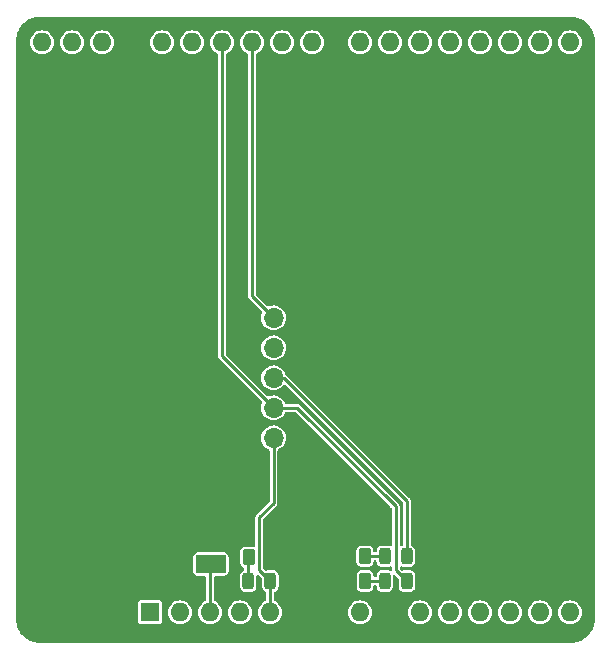
<source format=gbr>
%TF.GenerationSoftware,KiCad,Pcbnew,7.0.2-0*%
%TF.CreationDate,2023-05-15T10:36:04-07:00*%
%TF.ProjectId,RGProgrammer_V2,52475072-6f67-4726-916d-6d65725f5632,rev?*%
%TF.SameCoordinates,Original*%
%TF.FileFunction,Copper,L1,Top*%
%TF.FilePolarity,Positive*%
%FSLAX46Y46*%
G04 Gerber Fmt 4.6, Leading zero omitted, Abs format (unit mm)*
G04 Created by KiCad (PCBNEW 7.0.2-0) date 2023-05-15 10:36:04*
%MOMM*%
%LPD*%
G01*
G04 APERTURE LIST*
G04 Aperture macros list*
%AMRoundRect*
0 Rectangle with rounded corners*
0 $1 Rounding radius*
0 $2 $3 $4 $5 $6 $7 $8 $9 X,Y pos of 4 corners*
0 Add a 4 corners polygon primitive as box body*
4,1,4,$2,$3,$4,$5,$6,$7,$8,$9,$2,$3,0*
0 Add four circle primitives for the rounded corners*
1,1,$1+$1,$2,$3*
1,1,$1+$1,$4,$5*
1,1,$1+$1,$6,$7*
1,1,$1+$1,$8,$9*
0 Add four rect primitives between the rounded corners*
20,1,$1+$1,$2,$3,$4,$5,0*
20,1,$1+$1,$4,$5,$6,$7,0*
20,1,$1+$1,$6,$7,$8,$9,0*
20,1,$1+$1,$8,$9,$2,$3,0*%
G04 Aperture macros list end*
%TA.AperFunction,ComponentPad*%
%ADD10R,1.700000X1.700000*%
%TD*%
%TA.AperFunction,ComponentPad*%
%ADD11O,1.700000X1.700000*%
%TD*%
%TA.AperFunction,SMDPad,CuDef*%
%ADD12RoundRect,0.243750X-0.243750X-0.456250X0.243750X-0.456250X0.243750X0.456250X-0.243750X0.456250X0*%
%TD*%
%TA.AperFunction,SMDPad,CuDef*%
%ADD13RoundRect,0.250000X-0.262500X-0.450000X0.262500X-0.450000X0.262500X0.450000X-0.262500X0.450000X0*%
%TD*%
%TA.AperFunction,SMDPad,CuDef*%
%ADD14RoundRect,0.250000X1.050000X0.550000X-1.050000X0.550000X-1.050000X-0.550000X1.050000X-0.550000X0*%
%TD*%
%TA.AperFunction,ComponentPad*%
%ADD15R,1.600000X1.600000*%
%TD*%
%TA.AperFunction,ComponentPad*%
%ADD16O,1.600000X1.600000*%
%TD*%
%TA.AperFunction,SMDPad,CuDef*%
%ADD17RoundRect,0.250000X0.262500X0.450000X-0.262500X0.450000X-0.262500X-0.450000X0.262500X-0.450000X0*%
%TD*%
%TA.AperFunction,Conductor*%
%ADD18C,0.250000*%
%TD*%
G04 APERTURE END LIST*
D10*
%TO.P,J1,1,Pin_1*%
%TO.N,GND*%
X147800000Y-81950000D03*
D11*
%TO.P,J1,2,Pin_2*%
%TO.N,D10*%
X147800000Y-84490000D03*
%TO.P,J1,3,Pin_3*%
%TO.N,D13*%
X147800000Y-87030000D03*
%TO.P,J1,4,Pin_4*%
%TO.N,MISO*%
X147800000Y-89570000D03*
%TO.P,J1,5,Pin_5*%
%TO.N,MOSI*%
X147800000Y-92110000D03*
%TO.P,J1,6,Pin_6*%
%TO.N,+5V*%
X147800000Y-94650000D03*
%TD*%
D12*
%TO.P,D1,1,K*%
%TO.N,Net-(D1-K)*%
X145662500Y-106775000D03*
%TO.P,D1,2,A*%
%TO.N,+5V*%
X147537500Y-106775000D03*
%TD*%
D13*
%TO.P,R1,1*%
%TO.N,Net-(D1-K)*%
X145687500Y-104750000D03*
%TO.P,R1,2*%
%TO.N,GND*%
X147512500Y-104750000D03*
%TD*%
D14*
%TO.P,C1,1*%
%TO.N,Net-(A1-~{RESET})*%
X142490000Y-105340000D03*
%TO.P,C1,2*%
%TO.N,GND*%
X138890000Y-105340000D03*
%TD*%
D15*
%TO.P,A1,1,NC*%
%TO.N,unconnected-(A1-NC-Pad1)*%
X137340000Y-109415000D03*
D16*
%TO.P,A1,2,IOREF*%
%TO.N,unconnected-(A1-IOREF-Pad2)*%
X139880000Y-109415000D03*
%TO.P,A1,3,~{RESET}*%
%TO.N,Net-(A1-~{RESET})*%
X142420000Y-109415000D03*
%TO.P,A1,4,3V3*%
%TO.N,unconnected-(A1-3V3-Pad4)*%
X144960000Y-109415000D03*
%TO.P,A1,5,+5V*%
%TO.N,+5V*%
X147500000Y-109415000D03*
%TO.P,A1,6,GND*%
%TO.N,GND*%
X150040000Y-109415000D03*
%TO.P,A1,7,GND*%
X152580000Y-109415000D03*
%TO.P,A1,8,VIN*%
%TO.N,unconnected-(A1-VIN-Pad8)*%
X155120000Y-109415000D03*
%TO.P,A1,9,A0*%
%TO.N,unconnected-(A1-A0-Pad9)*%
X160200000Y-109415000D03*
%TO.P,A1,10,A1*%
%TO.N,unconnected-(A1-A1-Pad10)*%
X162740000Y-109415000D03*
%TO.P,A1,11,A2*%
%TO.N,unconnected-(A1-A2-Pad11)*%
X165280000Y-109415000D03*
%TO.P,A1,12,A3*%
%TO.N,unconnected-(A1-A3-Pad12)*%
X167820000Y-109415000D03*
%TO.P,A1,13,SDA/A4*%
%TO.N,unconnected-(A1-SDA{slash}A4-Pad13)*%
X170360000Y-109415000D03*
%TO.P,A1,14,SCL/A5*%
%TO.N,unconnected-(A1-SCL{slash}A5-Pad14)*%
X172900000Y-109415000D03*
%TO.P,A1,15,D0/RX*%
%TO.N,unconnected-(A1-D0{slash}RX-Pad15)*%
X172900000Y-61155000D03*
%TO.P,A1,16,D1/TX*%
%TO.N,unconnected-(A1-D1{slash}TX-Pad16)*%
X170360000Y-61155000D03*
%TO.P,A1,17,D2*%
%TO.N,unconnected-(A1-D2-Pad17)*%
X167820000Y-61155000D03*
%TO.P,A1,18,D3*%
%TO.N,unconnected-(A1-D3-Pad18)*%
X165280000Y-61155000D03*
%TO.P,A1,19,D4*%
%TO.N,unconnected-(A1-D4-Pad19)*%
X162740000Y-61155000D03*
%TO.P,A1,20,D5*%
%TO.N,unconnected-(A1-D5-Pad20)*%
X160200000Y-61155000D03*
%TO.P,A1,21,D6*%
%TO.N,unconnected-(A1-D6-Pad21)*%
X157660000Y-61155000D03*
%TO.P,A1,22,D7*%
%TO.N,unconnected-(A1-D7-Pad22)*%
X155120000Y-61155000D03*
%TO.P,A1,23,D8*%
%TO.N,unconnected-(A1-D8-Pad23)*%
X151060000Y-61155000D03*
%TO.P,A1,24,D9*%
%TO.N,unconnected-(A1-D9-Pad24)*%
X148520000Y-61155000D03*
%TO.P,A1,25,D10*%
%TO.N,D10*%
X145980000Y-61155000D03*
%TO.P,A1,26,D11*%
%TO.N,MOSI*%
X143440000Y-61155000D03*
%TO.P,A1,27,D12*%
%TO.N,MISO*%
X140900000Y-61155000D03*
%TO.P,A1,28,D13*%
%TO.N,D13*%
X138360000Y-61155000D03*
%TO.P,A1,29,GND*%
%TO.N,GND*%
X135820000Y-61155000D03*
%TO.P,A1,30,AREF*%
%TO.N,unconnected-(A1-AREF-Pad30)*%
X133280000Y-61155000D03*
%TO.P,A1,31,SDA/A4*%
%TO.N,unconnected-(A1-SDA{slash}A4-Pad31)*%
X130740000Y-61155000D03*
%TO.P,A1,32,SCL/A5*%
%TO.N,unconnected-(A1-SCL{slash}A5-Pad32)*%
X128200000Y-61155000D03*
%TD*%
D17*
%TO.P,R2,1*%
%TO.N,Net-(D2-K)*%
X155550000Y-106775000D03*
%TO.P,R2,2*%
%TO.N,GND*%
X153725000Y-106775000D03*
%TD*%
D12*
%TO.P,D2,1,K*%
%TO.N,Net-(D2-K)*%
X157225000Y-106775000D03*
%TO.P,D2,2,A*%
%TO.N,MOSI*%
X159100000Y-106775000D03*
%TD*%
D17*
%TO.P,R3,1*%
%TO.N,Net-(D3-K)*%
X155537500Y-104675000D03*
%TO.P,R3,2*%
%TO.N,GND*%
X153712500Y-104675000D03*
%TD*%
D12*
%TO.P,D3,1,K*%
%TO.N,Net-(D3-K)*%
X157212500Y-104675000D03*
%TO.P,D3,2,A*%
%TO.N,MISO*%
X159087500Y-104675000D03*
%TD*%
D18*
%TO.N,Net-(A1-~{RESET})*%
X142420000Y-109415000D02*
X142420000Y-105410000D01*
X142420000Y-105410000D02*
X142490000Y-105340000D01*
%TO.N,+5V*%
X146600000Y-101375000D02*
X146600000Y-105837500D01*
X147800000Y-94650000D02*
X147800000Y-100175000D01*
X147500000Y-109415000D02*
X147500000Y-106812500D01*
X147800000Y-100175000D02*
X146600000Y-101375000D01*
X146600000Y-105837500D02*
X147537500Y-106775000D01*
X147500000Y-106812500D02*
X147537500Y-106775000D01*
%TO.N,D10*%
X147800000Y-84490000D02*
X145980000Y-82670000D01*
X145980000Y-82670000D02*
X145980000Y-61155000D01*
%TO.N,MOSI*%
X158150000Y-105825000D02*
X159100000Y-106775000D01*
X158150000Y-100450000D02*
X158150000Y-105825000D01*
X147800000Y-92110000D02*
X149810000Y-92110000D01*
X149810000Y-92110000D02*
X158150000Y-100450000D01*
X143440000Y-61155000D02*
X143440000Y-87750000D01*
X143440000Y-87750000D02*
X147800000Y-92110000D01*
%TO.N,MISO*%
X159087500Y-104675000D02*
X159087500Y-99987500D01*
X159087500Y-99987500D02*
X148650000Y-89550000D01*
X148650000Y-89550000D02*
X147820000Y-89550000D01*
X147820000Y-89550000D02*
X147800000Y-89570000D01*
%TO.N,Net-(D1-K)*%
X145662500Y-104775000D02*
X145687500Y-104750000D01*
X145662500Y-106775000D02*
X145662500Y-104775000D01*
%TO.N,Net-(D2-K)*%
X155550000Y-106775000D02*
X157225000Y-106775000D01*
%TO.N,Net-(D3-K)*%
X155537500Y-104675000D02*
X157212500Y-104675000D01*
%TD*%
%TA.AperFunction,Conductor*%
%TO.N,GND*%
G36*
X173004042Y-59000764D02*
G01*
X173083743Y-59005988D01*
X173261590Y-59018709D01*
X173276904Y-59020772D01*
X173389441Y-59043157D01*
X173530277Y-59073794D01*
X173543690Y-59077518D01*
X173657725Y-59116228D01*
X173661074Y-59117420D01*
X173788808Y-59165062D01*
X173800300Y-59170024D01*
X173910687Y-59224461D01*
X173915187Y-59226798D01*
X174032478Y-59290844D01*
X174041942Y-59296574D01*
X174145269Y-59365615D01*
X174150688Y-59369450D01*
X174256727Y-59448830D01*
X174264145Y-59454844D01*
X174357976Y-59537131D01*
X174363898Y-59542678D01*
X174457320Y-59636100D01*
X174462867Y-59642022D01*
X174545150Y-59735848D01*
X174551173Y-59743278D01*
X174588691Y-59793396D01*
X174630548Y-59849310D01*
X174634383Y-59854729D01*
X174703424Y-59958056D01*
X174709154Y-59967520D01*
X174773183Y-60084779D01*
X174775564Y-60089363D01*
X174829969Y-60199687D01*
X174834938Y-60211196D01*
X174882556Y-60338863D01*
X174883793Y-60342338D01*
X174922470Y-60456276D01*
X174926217Y-60469777D01*
X174956847Y-60610580D01*
X174979230Y-60723107D01*
X174981290Y-60738414D01*
X174994017Y-60916350D01*
X174999235Y-60995956D01*
X174999500Y-61004051D01*
X174999500Y-109995947D01*
X174999234Y-110004058D01*
X174994017Y-110083648D01*
X174981291Y-110261574D01*
X174979225Y-110276916D01*
X174956851Y-110389402D01*
X174926212Y-110530244D01*
X174922473Y-110543714D01*
X174883793Y-110657660D01*
X174882556Y-110661135D01*
X174834938Y-110788802D01*
X174829969Y-110800311D01*
X174775564Y-110910635D01*
X174773183Y-110915219D01*
X174709154Y-111032478D01*
X174703424Y-111041942D01*
X174634383Y-111145269D01*
X174630548Y-111150688D01*
X174551181Y-111256711D01*
X174545142Y-111264160D01*
X174462867Y-111357976D01*
X174457320Y-111363898D01*
X174363898Y-111457320D01*
X174357976Y-111462867D01*
X174264160Y-111545142D01*
X174256711Y-111551181D01*
X174150688Y-111630548D01*
X174145269Y-111634383D01*
X174041942Y-111703424D01*
X174032478Y-111709154D01*
X173915219Y-111773183D01*
X173910635Y-111775564D01*
X173800311Y-111829969D01*
X173788802Y-111834938D01*
X173661135Y-111882556D01*
X173657660Y-111883793D01*
X173543722Y-111922470D01*
X173530221Y-111926217D01*
X173389419Y-111956847D01*
X173342048Y-111966270D01*
X173276896Y-111979229D01*
X173261584Y-111981290D01*
X173083649Y-111994017D01*
X173060221Y-111995552D01*
X173004030Y-111999235D01*
X172995948Y-111999500D01*
X128004053Y-111999500D01*
X127995943Y-111999234D01*
X127916352Y-111994017D01*
X127738424Y-111981291D01*
X127723082Y-111979225D01*
X127665195Y-111967710D01*
X127610600Y-111956851D01*
X127469746Y-111926210D01*
X127456284Y-111922473D01*
X127456275Y-111922470D01*
X127385362Y-111898398D01*
X127342338Y-111883793D01*
X127338863Y-111882556D01*
X127211196Y-111834938D01*
X127199687Y-111829969D01*
X127134947Y-111798043D01*
X127089348Y-111775556D01*
X127084779Y-111773183D01*
X126967520Y-111709154D01*
X126958056Y-111703424D01*
X126854729Y-111634383D01*
X126849310Y-111630548D01*
X126793396Y-111588691D01*
X126743278Y-111551173D01*
X126735848Y-111545150D01*
X126642022Y-111462867D01*
X126636100Y-111457320D01*
X126542678Y-111363898D01*
X126537131Y-111357976D01*
X126505450Y-111321851D01*
X126454844Y-111264145D01*
X126448830Y-111256727D01*
X126369450Y-111150688D01*
X126365615Y-111145269D01*
X126296574Y-111041942D01*
X126290844Y-111032478D01*
X126226798Y-110915187D01*
X126224461Y-110910687D01*
X126170024Y-110800300D01*
X126165060Y-110788802D01*
X126117420Y-110661074D01*
X126116228Y-110657725D01*
X126077522Y-110543703D01*
X126073786Y-110530240D01*
X126043157Y-110389441D01*
X126020767Y-110276879D01*
X126018709Y-110261593D01*
X126016789Y-110234748D01*
X136339500Y-110234748D01*
X136351132Y-110293230D01*
X136395447Y-110359552D01*
X136461769Y-110403867D01*
X136520251Y-110415500D01*
X136520252Y-110415500D01*
X138159749Y-110415500D01*
X138188989Y-110409683D01*
X138218231Y-110403867D01*
X138284552Y-110359552D01*
X138328867Y-110293231D01*
X138340500Y-110234748D01*
X138340500Y-109415000D01*
X138874659Y-109415000D01*
X138893976Y-109611133D01*
X138951185Y-109799726D01*
X138951186Y-109799727D01*
X139044090Y-109973538D01*
X139169117Y-110125883D01*
X139321462Y-110250910D01*
X139495273Y-110343814D01*
X139683868Y-110401024D01*
X139880000Y-110420341D01*
X140076132Y-110401024D01*
X140264727Y-110343814D01*
X140438538Y-110250910D01*
X140590883Y-110125883D01*
X140715910Y-109973538D01*
X140808814Y-109799727D01*
X140866024Y-109611132D01*
X140885341Y-109415000D01*
X140866024Y-109218868D01*
X140808814Y-109030273D01*
X140715910Y-108856462D01*
X140590883Y-108704117D01*
X140438538Y-108579090D01*
X140359361Y-108536769D01*
X140264726Y-108486185D01*
X140076133Y-108428976D01*
X139880000Y-108409659D01*
X139683866Y-108428976D01*
X139495273Y-108486185D01*
X139321463Y-108579089D01*
X139169117Y-108704117D01*
X139044089Y-108856463D01*
X138951185Y-109030273D01*
X138893976Y-109218866D01*
X138874659Y-109415000D01*
X138340500Y-109415000D01*
X138340500Y-108595252D01*
X138328867Y-108536769D01*
X138328867Y-108536768D01*
X138284552Y-108470447D01*
X138218230Y-108426132D01*
X138159749Y-108414500D01*
X138159748Y-108414500D01*
X136520252Y-108414500D01*
X136520251Y-108414500D01*
X136461769Y-108426132D01*
X136395447Y-108470447D01*
X136351132Y-108536769D01*
X136339500Y-108595251D01*
X136339500Y-110234748D01*
X126016789Y-110234748D01*
X126005988Y-110083743D01*
X126000765Y-110004041D01*
X126000500Y-109995936D01*
X126000500Y-105944266D01*
X140989500Y-105944266D01*
X140989769Y-105947139D01*
X140989770Y-105947151D01*
X140992353Y-105974696D01*
X141037207Y-106102884D01*
X141117849Y-106212150D01*
X141227115Y-106292792D01*
X141227118Y-106292793D01*
X141355301Y-106337646D01*
X141385734Y-106340500D01*
X141970500Y-106340500D01*
X142037539Y-106360185D01*
X142083294Y-106412989D01*
X142094500Y-106464500D01*
X142094500Y-108380205D01*
X142074815Y-108447244D01*
X142028954Y-108489563D01*
X141861461Y-108579090D01*
X141709117Y-108704117D01*
X141584089Y-108856463D01*
X141491185Y-109030273D01*
X141433976Y-109218866D01*
X141414659Y-109415000D01*
X141433976Y-109611133D01*
X141491185Y-109799726D01*
X141491186Y-109799727D01*
X141584090Y-109973538D01*
X141709117Y-110125883D01*
X141861462Y-110250910D01*
X142035273Y-110343814D01*
X142223868Y-110401024D01*
X142420000Y-110420341D01*
X142616132Y-110401024D01*
X142804727Y-110343814D01*
X142978538Y-110250910D01*
X143130883Y-110125883D01*
X143255910Y-109973538D01*
X143348814Y-109799727D01*
X143406024Y-109611132D01*
X143425341Y-109415000D01*
X143954659Y-109415000D01*
X143973976Y-109611133D01*
X144031185Y-109799726D01*
X144031186Y-109799727D01*
X144124090Y-109973538D01*
X144249117Y-110125883D01*
X144401462Y-110250910D01*
X144575273Y-110343814D01*
X144763868Y-110401024D01*
X144960000Y-110420341D01*
X145156132Y-110401024D01*
X145344727Y-110343814D01*
X145518538Y-110250910D01*
X145670883Y-110125883D01*
X145795910Y-109973538D01*
X145888814Y-109799727D01*
X145946024Y-109611132D01*
X145965341Y-109415000D01*
X145946024Y-109218868D01*
X145888814Y-109030273D01*
X145795910Y-108856462D01*
X145670883Y-108704117D01*
X145518538Y-108579090D01*
X145439361Y-108536769D01*
X145344726Y-108486185D01*
X145156133Y-108428976D01*
X145009152Y-108414500D01*
X144960000Y-108409659D01*
X144959999Y-108409659D01*
X144763866Y-108428976D01*
X144575273Y-108486185D01*
X144401463Y-108579089D01*
X144249117Y-108704117D01*
X144124089Y-108856463D01*
X144031185Y-109030273D01*
X143973976Y-109218866D01*
X143954659Y-109415000D01*
X143425341Y-109415000D01*
X143406024Y-109218868D01*
X143348814Y-109030273D01*
X143255910Y-108856462D01*
X143130883Y-108704117D01*
X142978538Y-108579090D01*
X142978536Y-108579089D01*
X142811046Y-108489563D01*
X142761202Y-108440600D01*
X142745500Y-108380205D01*
X142745500Y-107284764D01*
X144974500Y-107284764D01*
X144974769Y-107287635D01*
X144974770Y-107287651D01*
X144977313Y-107314769D01*
X144977313Y-107314771D01*
X144977314Y-107314774D01*
X145021545Y-107441179D01*
X145021546Y-107441180D01*
X145101069Y-107548930D01*
X145164085Y-107595438D01*
X145208821Y-107628455D01*
X145335226Y-107672686D01*
X145365236Y-107675500D01*
X145368130Y-107675500D01*
X145956870Y-107675500D01*
X145959764Y-107675500D01*
X145989774Y-107672686D01*
X146116179Y-107628455D01*
X146223930Y-107548930D01*
X146303455Y-107441179D01*
X146347686Y-107314774D01*
X146350500Y-107284764D01*
X146350500Y-106347687D01*
X146370185Y-106280649D01*
X146422989Y-106234894D01*
X146492147Y-106224950D01*
X146555703Y-106253975D01*
X146562181Y-106260007D01*
X146813181Y-106511007D01*
X146846666Y-106572330D01*
X146849500Y-106598687D01*
X146849500Y-107284764D01*
X146849769Y-107287635D01*
X146849770Y-107287651D01*
X146852313Y-107314769D01*
X146852313Y-107314771D01*
X146852314Y-107314774D01*
X146896545Y-107441179D01*
X146896546Y-107441180D01*
X146976069Y-107548930D01*
X147083819Y-107628454D01*
X147083820Y-107628454D01*
X147083821Y-107628455D01*
X147091451Y-107631124D01*
X147148228Y-107671843D01*
X147173977Y-107736795D01*
X147174500Y-107748167D01*
X147174500Y-108380205D01*
X147154815Y-108447244D01*
X147108954Y-108489563D01*
X146941461Y-108579090D01*
X146789117Y-108704117D01*
X146664089Y-108856463D01*
X146571185Y-109030273D01*
X146513976Y-109218866D01*
X146494659Y-109415000D01*
X146513976Y-109611133D01*
X146571185Y-109799726D01*
X146571186Y-109799727D01*
X146664090Y-109973538D01*
X146789117Y-110125883D01*
X146941462Y-110250910D01*
X147115273Y-110343814D01*
X147303868Y-110401024D01*
X147500000Y-110420341D01*
X147696132Y-110401024D01*
X147884727Y-110343814D01*
X148058538Y-110250910D01*
X148210883Y-110125883D01*
X148335910Y-109973538D01*
X148428814Y-109799727D01*
X148486024Y-109611132D01*
X148505341Y-109415000D01*
X154114659Y-109415000D01*
X154133976Y-109611133D01*
X154191185Y-109799726D01*
X154191186Y-109799727D01*
X154284090Y-109973538D01*
X154409117Y-110125883D01*
X154561462Y-110250910D01*
X154735273Y-110343814D01*
X154923868Y-110401024D01*
X155120000Y-110420341D01*
X155316132Y-110401024D01*
X155504727Y-110343814D01*
X155678538Y-110250910D01*
X155830883Y-110125883D01*
X155955910Y-109973538D01*
X156048814Y-109799727D01*
X156106024Y-109611132D01*
X156125341Y-109415000D01*
X159194659Y-109415000D01*
X159213976Y-109611133D01*
X159271185Y-109799726D01*
X159271186Y-109799727D01*
X159364090Y-109973538D01*
X159489117Y-110125883D01*
X159641462Y-110250910D01*
X159815273Y-110343814D01*
X160003868Y-110401024D01*
X160200000Y-110420341D01*
X160396132Y-110401024D01*
X160584727Y-110343814D01*
X160758538Y-110250910D01*
X160910883Y-110125883D01*
X161035910Y-109973538D01*
X161128814Y-109799727D01*
X161186024Y-109611132D01*
X161205341Y-109415000D01*
X161734659Y-109415000D01*
X161753976Y-109611133D01*
X161811185Y-109799726D01*
X161811186Y-109799727D01*
X161904090Y-109973538D01*
X162029117Y-110125883D01*
X162181462Y-110250910D01*
X162355273Y-110343814D01*
X162543868Y-110401024D01*
X162740000Y-110420341D01*
X162936132Y-110401024D01*
X163124727Y-110343814D01*
X163298538Y-110250910D01*
X163450883Y-110125883D01*
X163575910Y-109973538D01*
X163668814Y-109799727D01*
X163726024Y-109611132D01*
X163745341Y-109415000D01*
X164274659Y-109415000D01*
X164293976Y-109611133D01*
X164351185Y-109799726D01*
X164351186Y-109799727D01*
X164444090Y-109973538D01*
X164569117Y-110125883D01*
X164721462Y-110250910D01*
X164895273Y-110343814D01*
X165083868Y-110401024D01*
X165280000Y-110420341D01*
X165476132Y-110401024D01*
X165664727Y-110343814D01*
X165838538Y-110250910D01*
X165990883Y-110125883D01*
X166115910Y-109973538D01*
X166208814Y-109799727D01*
X166266024Y-109611132D01*
X166285341Y-109415000D01*
X166814659Y-109415000D01*
X166833976Y-109611133D01*
X166891185Y-109799726D01*
X166891186Y-109799727D01*
X166984090Y-109973538D01*
X167109117Y-110125883D01*
X167261462Y-110250910D01*
X167435273Y-110343814D01*
X167623868Y-110401024D01*
X167820000Y-110420341D01*
X168016132Y-110401024D01*
X168204727Y-110343814D01*
X168378538Y-110250910D01*
X168530883Y-110125883D01*
X168655910Y-109973538D01*
X168748814Y-109799727D01*
X168806024Y-109611132D01*
X168825341Y-109415000D01*
X169354659Y-109415000D01*
X169373976Y-109611133D01*
X169431185Y-109799726D01*
X169431186Y-109799727D01*
X169524090Y-109973538D01*
X169649117Y-110125883D01*
X169801462Y-110250910D01*
X169975273Y-110343814D01*
X170163868Y-110401024D01*
X170360000Y-110420341D01*
X170556132Y-110401024D01*
X170744727Y-110343814D01*
X170918538Y-110250910D01*
X171070883Y-110125883D01*
X171195910Y-109973538D01*
X171288814Y-109799727D01*
X171346024Y-109611132D01*
X171365341Y-109415000D01*
X171894659Y-109415000D01*
X171913976Y-109611133D01*
X171971185Y-109799726D01*
X171971186Y-109799727D01*
X172064090Y-109973538D01*
X172189117Y-110125883D01*
X172341462Y-110250910D01*
X172515273Y-110343814D01*
X172703868Y-110401024D01*
X172900000Y-110420341D01*
X173096132Y-110401024D01*
X173284727Y-110343814D01*
X173458538Y-110250910D01*
X173610883Y-110125883D01*
X173735910Y-109973538D01*
X173828814Y-109799727D01*
X173886024Y-109611132D01*
X173905341Y-109415000D01*
X173886024Y-109218868D01*
X173828814Y-109030273D01*
X173735910Y-108856462D01*
X173610883Y-108704117D01*
X173458538Y-108579090D01*
X173379361Y-108536769D01*
X173284726Y-108486185D01*
X173096133Y-108428976D01*
X172900000Y-108409659D01*
X172703866Y-108428976D01*
X172515273Y-108486185D01*
X172341463Y-108579089D01*
X172189117Y-108704117D01*
X172064089Y-108856463D01*
X171971185Y-109030273D01*
X171913976Y-109218866D01*
X171894659Y-109415000D01*
X171365341Y-109415000D01*
X171346024Y-109218868D01*
X171288814Y-109030273D01*
X171195910Y-108856462D01*
X171070883Y-108704117D01*
X170918538Y-108579090D01*
X170839361Y-108536769D01*
X170744726Y-108486185D01*
X170556133Y-108428976D01*
X170360000Y-108409659D01*
X170163866Y-108428976D01*
X169975273Y-108486185D01*
X169801463Y-108579089D01*
X169649117Y-108704117D01*
X169524089Y-108856463D01*
X169431185Y-109030273D01*
X169373976Y-109218866D01*
X169354659Y-109415000D01*
X168825341Y-109415000D01*
X168806024Y-109218868D01*
X168748814Y-109030273D01*
X168655910Y-108856462D01*
X168530883Y-108704117D01*
X168378538Y-108579090D01*
X168299361Y-108536769D01*
X168204726Y-108486185D01*
X168016133Y-108428976D01*
X167820000Y-108409659D01*
X167623866Y-108428976D01*
X167435273Y-108486185D01*
X167261463Y-108579089D01*
X167109117Y-108704117D01*
X166984089Y-108856463D01*
X166891185Y-109030273D01*
X166833976Y-109218866D01*
X166814659Y-109415000D01*
X166285341Y-109415000D01*
X166266024Y-109218868D01*
X166208814Y-109030273D01*
X166115910Y-108856462D01*
X165990883Y-108704117D01*
X165838538Y-108579090D01*
X165759361Y-108536769D01*
X165664726Y-108486185D01*
X165476133Y-108428976D01*
X165329152Y-108414500D01*
X165280000Y-108409659D01*
X165279999Y-108409659D01*
X165083866Y-108428976D01*
X164895273Y-108486185D01*
X164721463Y-108579089D01*
X164569117Y-108704117D01*
X164444089Y-108856463D01*
X164351185Y-109030273D01*
X164293976Y-109218866D01*
X164274659Y-109415000D01*
X163745341Y-109415000D01*
X163726024Y-109218868D01*
X163668814Y-109030273D01*
X163575910Y-108856462D01*
X163450883Y-108704117D01*
X163298538Y-108579090D01*
X163219361Y-108536769D01*
X163124726Y-108486185D01*
X162936133Y-108428976D01*
X162740000Y-108409659D01*
X162543866Y-108428976D01*
X162355273Y-108486185D01*
X162181463Y-108579089D01*
X162029117Y-108704117D01*
X161904089Y-108856463D01*
X161811185Y-109030273D01*
X161753976Y-109218866D01*
X161734659Y-109415000D01*
X161205341Y-109415000D01*
X161186024Y-109218868D01*
X161128814Y-109030273D01*
X161035910Y-108856462D01*
X160910883Y-108704117D01*
X160758538Y-108579090D01*
X160679361Y-108536769D01*
X160584726Y-108486185D01*
X160396133Y-108428976D01*
X160200000Y-108409659D01*
X160003866Y-108428976D01*
X159815273Y-108486185D01*
X159641463Y-108579089D01*
X159489117Y-108704117D01*
X159364089Y-108856463D01*
X159271185Y-109030273D01*
X159213976Y-109218866D01*
X159194659Y-109415000D01*
X156125341Y-109415000D01*
X156106024Y-109218868D01*
X156048814Y-109030273D01*
X155955910Y-108856462D01*
X155830883Y-108704117D01*
X155678538Y-108579090D01*
X155599361Y-108536769D01*
X155504726Y-108486185D01*
X155316133Y-108428976D01*
X155169152Y-108414500D01*
X155120000Y-108409659D01*
X155119999Y-108409659D01*
X154923866Y-108428976D01*
X154735273Y-108486185D01*
X154561463Y-108579089D01*
X154409117Y-108704117D01*
X154284089Y-108856463D01*
X154191185Y-109030273D01*
X154133976Y-109218866D01*
X154114659Y-109415000D01*
X148505341Y-109415000D01*
X148486024Y-109218868D01*
X148428814Y-109030273D01*
X148335910Y-108856462D01*
X148210883Y-108704117D01*
X148058538Y-108579090D01*
X148058536Y-108579089D01*
X147891046Y-108489563D01*
X147841202Y-108440600D01*
X147825500Y-108380205D01*
X147825500Y-107774410D01*
X147845185Y-107707371D01*
X147897989Y-107661616D01*
X147908516Y-107657379D01*
X147991179Y-107628455D01*
X148098930Y-107548930D01*
X148178455Y-107441179D01*
X148222686Y-107314774D01*
X148225500Y-107284764D01*
X148225500Y-106265236D01*
X148222686Y-106235226D01*
X148178455Y-106108821D01*
X148100244Y-106002850D01*
X148098930Y-106001069D01*
X147991180Y-105921546D01*
X147991179Y-105921545D01*
X147864774Y-105877314D01*
X147864771Y-105877313D01*
X147864769Y-105877313D01*
X147837651Y-105874770D01*
X147837635Y-105874769D01*
X147834764Y-105874500D01*
X147240236Y-105874500D01*
X147237365Y-105874769D01*
X147237348Y-105874770D01*
X147210227Y-105877313D01*
X147202212Y-105880118D01*
X147132433Y-105883676D01*
X147073582Y-105850755D01*
X146961819Y-105738992D01*
X146928334Y-105677669D01*
X146925500Y-105651311D01*
X146925500Y-101561188D01*
X146945185Y-101494149D01*
X146961819Y-101473507D01*
X147304368Y-101130958D01*
X148016296Y-100419029D01*
X148024249Y-100411741D01*
X148053194Y-100387455D01*
X148072082Y-100354738D01*
X148077881Y-100345635D01*
X148099554Y-100314684D01*
X148099554Y-100314682D01*
X148100173Y-100313799D01*
X148110398Y-100289112D01*
X148110585Y-100288049D01*
X148110588Y-100288045D01*
X148117150Y-100250822D01*
X148119479Y-100240316D01*
X148129263Y-100203807D01*
X148125972Y-100166187D01*
X148125500Y-100155380D01*
X148125500Y-95740995D01*
X148145185Y-95673956D01*
X148193684Y-95631930D01*
X148193182Y-95630990D01*
X148197327Y-95628774D01*
X148197989Y-95628201D01*
X148199390Y-95627671D01*
X148203951Y-95625232D01*
X148203954Y-95625232D01*
X148386450Y-95527685D01*
X148546410Y-95396410D01*
X148677685Y-95236450D01*
X148775232Y-95053954D01*
X148835300Y-94855934D01*
X148855583Y-94650000D01*
X148835300Y-94444066D01*
X148775232Y-94246046D01*
X148677685Y-94063550D01*
X148612047Y-93983569D01*
X148546410Y-93903589D01*
X148448952Y-93823609D01*
X148386450Y-93772315D01*
X148203954Y-93674768D01*
X148104944Y-93644734D01*
X148005932Y-93614699D01*
X147822497Y-93596632D01*
X147800000Y-93594417D01*
X147799999Y-93594417D01*
X147594067Y-93614699D01*
X147396043Y-93674769D01*
X147213551Y-93772314D01*
X147053589Y-93903589D01*
X146922314Y-94063551D01*
X146824769Y-94246043D01*
X146764699Y-94444067D01*
X146744417Y-94650000D01*
X146764699Y-94855932D01*
X146764700Y-94855934D01*
X146824768Y-95053954D01*
X146922315Y-95236450D01*
X146973608Y-95298952D01*
X147053589Y-95396410D01*
X147184864Y-95504143D01*
X147213550Y-95527685D01*
X147349647Y-95600431D01*
X147406818Y-95630990D01*
X147404969Y-95634447D01*
X147444901Y-95660593D01*
X147473384Y-95724394D01*
X147474500Y-95740995D01*
X147474500Y-99988811D01*
X147454815Y-100055850D01*
X147438181Y-100076492D01*
X146383714Y-101130958D01*
X146375741Y-101138264D01*
X146346806Y-101162544D01*
X146327914Y-101195264D01*
X146322106Y-101204380D01*
X146299831Y-101236193D01*
X146289597Y-101260899D01*
X146282852Y-101299148D01*
X146280512Y-101309704D01*
X146270735Y-101346191D01*
X146274028Y-101383817D01*
X146274500Y-101394626D01*
X146274500Y-103761502D01*
X146254815Y-103828541D01*
X146202011Y-103874296D01*
X146132853Y-103884240D01*
X146109546Y-103878544D01*
X146034696Y-103852353D01*
X146007151Y-103849770D01*
X146007139Y-103849769D01*
X146004266Y-103849500D01*
X145370734Y-103849500D01*
X145367861Y-103849769D01*
X145367848Y-103849770D01*
X145340303Y-103852353D01*
X145212115Y-103897207D01*
X145102849Y-103977849D01*
X145022207Y-104087115D01*
X144977353Y-104215303D01*
X144974770Y-104242848D01*
X144974769Y-104242861D01*
X144974500Y-104245734D01*
X144974500Y-105254266D01*
X144974769Y-105257139D01*
X144974770Y-105257151D01*
X144977353Y-105284696D01*
X145022207Y-105412884D01*
X145102847Y-105522148D01*
X145171270Y-105572646D01*
X145212118Y-105602793D01*
X145253953Y-105617431D01*
X145310730Y-105658152D01*
X145336478Y-105723104D01*
X145337000Y-105734473D01*
X145337000Y-105788710D01*
X145317315Y-105855749D01*
X145264511Y-105901504D01*
X145253956Y-105905751D01*
X145208821Y-105921544D01*
X145101069Y-106001069D01*
X145021546Y-106108819D01*
X145021545Y-106108821D01*
X144977431Y-106234894D01*
X144977313Y-106235230D01*
X144974770Y-106262348D01*
X144974769Y-106262365D01*
X144974500Y-106265236D01*
X144974500Y-107284764D01*
X142745500Y-107284764D01*
X142745500Y-106464500D01*
X142765185Y-106397461D01*
X142817989Y-106351706D01*
X142869500Y-106340500D01*
X143591373Y-106340500D01*
X143594266Y-106340500D01*
X143624699Y-106337646D01*
X143752882Y-106292793D01*
X143752882Y-106292792D01*
X143752884Y-106292792D01*
X143862150Y-106212150D01*
X143942792Y-106102884D01*
X143955973Y-106065215D01*
X143987646Y-105974699D01*
X143990500Y-105944266D01*
X143990500Y-104735734D01*
X143987646Y-104705301D01*
X143942793Y-104577118D01*
X143942792Y-104577115D01*
X143862150Y-104467849D01*
X143752884Y-104387207D01*
X143624696Y-104342353D01*
X143597151Y-104339770D01*
X143597139Y-104339769D01*
X143594266Y-104339500D01*
X141385734Y-104339500D01*
X141382861Y-104339769D01*
X141382848Y-104339770D01*
X141355303Y-104342353D01*
X141227115Y-104387207D01*
X141117849Y-104467849D01*
X141037207Y-104577115D01*
X140992353Y-104705303D01*
X140989770Y-104732848D01*
X140989769Y-104732861D01*
X140989500Y-104735734D01*
X140989500Y-105944266D01*
X126000500Y-105944266D01*
X126000500Y-61154999D01*
X127194659Y-61154999D01*
X127213976Y-61351133D01*
X127271185Y-61539726D01*
X127271186Y-61539727D01*
X127364090Y-61713538D01*
X127489117Y-61865883D01*
X127641462Y-61990910D01*
X127815273Y-62083814D01*
X128003868Y-62141024D01*
X128200000Y-62160341D01*
X128396132Y-62141024D01*
X128584727Y-62083814D01*
X128758538Y-61990910D01*
X128910883Y-61865883D01*
X129035910Y-61713538D01*
X129128814Y-61539727D01*
X129186024Y-61351132D01*
X129205341Y-61155000D01*
X129205341Y-61154999D01*
X129734659Y-61154999D01*
X129753976Y-61351133D01*
X129811185Y-61539726D01*
X129811186Y-61539727D01*
X129904090Y-61713538D01*
X130029117Y-61865883D01*
X130181462Y-61990910D01*
X130355273Y-62083814D01*
X130543868Y-62141024D01*
X130740000Y-62160341D01*
X130936132Y-62141024D01*
X131124727Y-62083814D01*
X131298538Y-61990910D01*
X131450883Y-61865883D01*
X131575910Y-61713538D01*
X131668814Y-61539727D01*
X131726024Y-61351132D01*
X131745341Y-61155000D01*
X131745341Y-61154999D01*
X132274659Y-61154999D01*
X132293976Y-61351133D01*
X132351185Y-61539726D01*
X132351186Y-61539727D01*
X132444090Y-61713538D01*
X132569117Y-61865883D01*
X132721462Y-61990910D01*
X132895273Y-62083814D01*
X133083868Y-62141024D01*
X133280000Y-62160341D01*
X133476132Y-62141024D01*
X133664727Y-62083814D01*
X133838538Y-61990910D01*
X133990883Y-61865883D01*
X134115910Y-61713538D01*
X134208814Y-61539727D01*
X134266024Y-61351132D01*
X134285341Y-61155000D01*
X134285341Y-61154999D01*
X137354659Y-61154999D01*
X137373976Y-61351133D01*
X137431185Y-61539726D01*
X137431186Y-61539727D01*
X137524090Y-61713538D01*
X137649117Y-61865883D01*
X137801462Y-61990910D01*
X137975273Y-62083814D01*
X138163868Y-62141024D01*
X138360000Y-62160341D01*
X138556132Y-62141024D01*
X138744727Y-62083814D01*
X138918538Y-61990910D01*
X139070883Y-61865883D01*
X139195910Y-61713538D01*
X139288814Y-61539727D01*
X139346024Y-61351132D01*
X139365341Y-61155000D01*
X139365341Y-61154999D01*
X139894659Y-61154999D01*
X139913976Y-61351133D01*
X139971185Y-61539726D01*
X139971186Y-61539727D01*
X140064090Y-61713538D01*
X140189117Y-61865883D01*
X140341462Y-61990910D01*
X140515273Y-62083814D01*
X140703868Y-62141024D01*
X140900000Y-62160341D01*
X141096132Y-62141024D01*
X141284727Y-62083814D01*
X141458538Y-61990910D01*
X141610883Y-61865883D01*
X141735910Y-61713538D01*
X141828814Y-61539727D01*
X141886024Y-61351132D01*
X141905341Y-61155000D01*
X141905341Y-61154999D01*
X142434659Y-61154999D01*
X142453976Y-61351133D01*
X142511185Y-61539726D01*
X142511186Y-61539727D01*
X142604090Y-61713538D01*
X142729117Y-61865883D01*
X142881462Y-61990910D01*
X143019623Y-62064759D01*
X143048953Y-62080436D01*
X143098797Y-62129398D01*
X143114500Y-62189794D01*
X143114500Y-87730372D01*
X143114028Y-87741180D01*
X143110735Y-87778807D01*
X143120512Y-87815296D01*
X143122853Y-87825852D01*
X143129599Y-87864107D01*
X143139829Y-87888803D01*
X143140446Y-87889684D01*
X143162112Y-87920627D01*
X143167915Y-87929736D01*
X143186806Y-87962455D01*
X143215742Y-87986735D01*
X143223718Y-87994044D01*
X146798386Y-91568712D01*
X146831871Y-91630035D01*
X146827293Y-91694049D01*
X146828313Y-91694359D01*
X146826949Y-91698854D01*
X146826887Y-91699727D01*
X146826269Y-91701095D01*
X146764699Y-91904067D01*
X146744417Y-92110000D01*
X146764699Y-92315932D01*
X146764700Y-92315934D01*
X146824768Y-92513954D01*
X146922315Y-92696450D01*
X146973608Y-92758952D01*
X147053589Y-92856410D01*
X147133569Y-92922047D01*
X147213550Y-92987685D01*
X147396046Y-93085232D01*
X147594066Y-93145300D01*
X147800000Y-93165583D01*
X148005934Y-93145300D01*
X148203954Y-93085232D01*
X148386450Y-92987685D01*
X148546410Y-92856410D01*
X148677685Y-92696450D01*
X148775232Y-92513954D01*
X148775231Y-92513954D01*
X148780990Y-92503182D01*
X148784443Y-92505027D01*
X148810635Y-92465064D01*
X148874448Y-92436609D01*
X148890996Y-92435500D01*
X149623812Y-92435500D01*
X149690851Y-92455185D01*
X149711493Y-92471819D01*
X157788181Y-100548506D01*
X157821666Y-100609829D01*
X157824500Y-100636187D01*
X157824500Y-103702182D01*
X157804815Y-103769221D01*
X157752011Y-103814976D01*
X157682853Y-103824920D01*
X157659546Y-103819224D01*
X157608905Y-103801504D01*
X157539774Y-103777314D01*
X157539772Y-103777313D01*
X157539770Y-103777313D01*
X157512651Y-103774770D01*
X157512635Y-103774769D01*
X157509764Y-103774500D01*
X156915236Y-103774500D01*
X156912365Y-103774769D01*
X156912348Y-103774770D01*
X156885230Y-103777313D01*
X156885227Y-103777313D01*
X156885226Y-103777314D01*
X156758821Y-103821545D01*
X156758820Y-103821545D01*
X156758819Y-103821546D01*
X156651069Y-103901069D01*
X156571546Y-104008819D01*
X156571545Y-104008821D01*
X156570392Y-104012118D01*
X156527313Y-104135230D01*
X156524770Y-104162348D01*
X156524769Y-104162365D01*
X156524500Y-104165236D01*
X156524500Y-104168130D01*
X156524500Y-104225500D01*
X156504815Y-104292539D01*
X156452011Y-104338294D01*
X156400500Y-104349500D01*
X156374500Y-104349500D01*
X156307461Y-104329815D01*
X156261706Y-104277011D01*
X156250500Y-104225500D01*
X156250500Y-104173626D01*
X156250500Y-104170734D01*
X156247646Y-104140301D01*
X156202793Y-104012118D01*
X156202792Y-104012115D01*
X156122150Y-103902849D01*
X156012884Y-103822207D01*
X155884696Y-103777353D01*
X155857151Y-103774770D01*
X155857139Y-103774769D01*
X155854266Y-103774500D01*
X155220734Y-103774500D01*
X155217861Y-103774769D01*
X155217848Y-103774770D01*
X155190303Y-103777353D01*
X155062115Y-103822207D01*
X154952849Y-103902849D01*
X154872207Y-104012115D01*
X154827353Y-104140303D01*
X154824770Y-104167848D01*
X154824769Y-104167861D01*
X154824500Y-104170734D01*
X154824500Y-105179266D01*
X154824769Y-105182139D01*
X154824770Y-105182151D01*
X154827353Y-105209696D01*
X154872207Y-105337884D01*
X154952849Y-105447150D01*
X155062115Y-105527792D01*
X155062118Y-105527793D01*
X155190301Y-105572646D01*
X155220734Y-105575500D01*
X155223627Y-105575500D01*
X155851373Y-105575500D01*
X155854266Y-105575500D01*
X155884699Y-105572646D01*
X156012882Y-105527793D01*
X156012882Y-105527792D01*
X156012884Y-105527792D01*
X156122150Y-105447150D01*
X156202792Y-105337884D01*
X156221402Y-105284699D01*
X156247646Y-105209699D01*
X156250500Y-105179266D01*
X156250500Y-105124499D01*
X156270185Y-105057461D01*
X156322989Y-105011706D01*
X156374500Y-105000500D01*
X156400500Y-105000500D01*
X156467539Y-105020185D01*
X156513294Y-105072989D01*
X156524500Y-105124499D01*
X156524500Y-105184764D01*
X156524769Y-105187635D01*
X156524770Y-105187651D01*
X156527313Y-105214769D01*
X156527313Y-105214771D01*
X156527314Y-105214774D01*
X156571545Y-105341179D01*
X156571546Y-105341180D01*
X156651069Y-105448930D01*
X156714085Y-105495438D01*
X156758821Y-105528455D01*
X156885226Y-105572686D01*
X156915236Y-105575500D01*
X156918130Y-105575500D01*
X157506870Y-105575500D01*
X157509764Y-105575500D01*
X157539774Y-105572686D01*
X157659546Y-105530775D01*
X157729324Y-105527214D01*
X157789951Y-105561942D01*
X157822179Y-105623936D01*
X157824500Y-105647817D01*
X157824500Y-105797808D01*
X157804815Y-105864847D01*
X157752011Y-105910602D01*
X157682853Y-105920546D01*
X157659546Y-105914850D01*
X157594324Y-105892028D01*
X157552274Y-105877314D01*
X157552273Y-105877313D01*
X157552271Y-105877313D01*
X157525151Y-105874770D01*
X157525135Y-105874769D01*
X157522264Y-105874500D01*
X156927736Y-105874500D01*
X156924865Y-105874769D01*
X156924848Y-105874770D01*
X156897730Y-105877313D01*
X156897727Y-105877313D01*
X156897726Y-105877314D01*
X156771321Y-105921545D01*
X156771320Y-105921545D01*
X156771319Y-105921546D01*
X156663569Y-106001069D01*
X156584046Y-106108819D01*
X156584045Y-106108821D01*
X156539931Y-106234894D01*
X156539813Y-106235230D01*
X156537270Y-106262348D01*
X156537269Y-106262365D01*
X156537000Y-106265236D01*
X156537000Y-106268130D01*
X156537000Y-106325500D01*
X156517315Y-106392539D01*
X156464511Y-106438294D01*
X156413000Y-106449500D01*
X156387000Y-106449500D01*
X156319961Y-106429815D01*
X156274206Y-106377011D01*
X156263000Y-106325500D01*
X156263000Y-106273626D01*
X156263000Y-106270734D01*
X156260146Y-106240301D01*
X156215293Y-106112118D01*
X156215292Y-106112115D01*
X156134650Y-106002849D01*
X156025384Y-105922207D01*
X155897196Y-105877353D01*
X155869651Y-105874770D01*
X155869639Y-105874769D01*
X155866766Y-105874500D01*
X155233234Y-105874500D01*
X155230361Y-105874769D01*
X155230348Y-105874770D01*
X155202803Y-105877353D01*
X155074615Y-105922207D01*
X154965349Y-106002849D01*
X154884707Y-106112115D01*
X154839853Y-106240303D01*
X154837270Y-106267848D01*
X154837269Y-106267861D01*
X154837000Y-106270734D01*
X154837000Y-107279266D01*
X154837269Y-107282139D01*
X154837270Y-107282151D01*
X154839853Y-107309696D01*
X154884707Y-107437884D01*
X154965349Y-107547150D01*
X155074615Y-107627792D01*
X155074618Y-107627793D01*
X155202801Y-107672646D01*
X155233234Y-107675500D01*
X155236127Y-107675500D01*
X155863873Y-107675500D01*
X155866766Y-107675500D01*
X155897199Y-107672646D01*
X156025382Y-107627793D01*
X156025382Y-107627792D01*
X156025384Y-107627792D01*
X156134650Y-107547150D01*
X156215292Y-107437884D01*
X156215293Y-107437882D01*
X156260146Y-107309699D01*
X156263000Y-107279266D01*
X156263000Y-107224499D01*
X156282685Y-107157461D01*
X156335489Y-107111706D01*
X156387000Y-107100500D01*
X156413000Y-107100500D01*
X156480039Y-107120185D01*
X156525794Y-107172989D01*
X156537000Y-107224500D01*
X156537000Y-107284764D01*
X156537269Y-107287635D01*
X156537270Y-107287651D01*
X156539813Y-107314769D01*
X156539813Y-107314771D01*
X156539814Y-107314774D01*
X156584045Y-107441179D01*
X156584046Y-107441180D01*
X156663569Y-107548930D01*
X156726585Y-107595438D01*
X156771321Y-107628455D01*
X156897726Y-107672686D01*
X156927736Y-107675500D01*
X156930630Y-107675500D01*
X157519370Y-107675500D01*
X157522264Y-107675500D01*
X157552274Y-107672686D01*
X157678679Y-107628455D01*
X157786430Y-107548930D01*
X157865955Y-107441179D01*
X157910186Y-107314774D01*
X157913000Y-107284764D01*
X157913000Y-106347687D01*
X157932685Y-106280648D01*
X157985489Y-106234893D01*
X158054647Y-106224949D01*
X158118203Y-106253974D01*
X158124672Y-106259997D01*
X158190175Y-106325500D01*
X158375681Y-106511006D01*
X158409166Y-106572329D01*
X158412000Y-106598686D01*
X158412000Y-107284764D01*
X158412269Y-107287635D01*
X158412270Y-107287651D01*
X158414813Y-107314769D01*
X158414813Y-107314771D01*
X158414814Y-107314774D01*
X158459045Y-107441179D01*
X158459046Y-107441180D01*
X158538569Y-107548930D01*
X158601585Y-107595438D01*
X158646321Y-107628455D01*
X158772726Y-107672686D01*
X158802736Y-107675500D01*
X158805630Y-107675500D01*
X159394370Y-107675500D01*
X159397264Y-107675500D01*
X159427274Y-107672686D01*
X159553679Y-107628455D01*
X159661430Y-107548930D01*
X159740955Y-107441179D01*
X159785186Y-107314774D01*
X159788000Y-107284764D01*
X159788000Y-106265236D01*
X159785186Y-106235226D01*
X159740955Y-106108821D01*
X159662744Y-106002850D01*
X159661430Y-106001069D01*
X159553680Y-105921546D01*
X159553679Y-105921545D01*
X159427274Y-105877314D01*
X159427271Y-105877313D01*
X159427269Y-105877313D01*
X159400151Y-105874770D01*
X159400135Y-105874769D01*
X159397264Y-105874500D01*
X158802736Y-105874500D01*
X158799865Y-105874769D01*
X158799848Y-105874770D01*
X158772727Y-105877313D01*
X158764712Y-105880118D01*
X158694933Y-105883676D01*
X158636082Y-105850755D01*
X158525672Y-105740345D01*
X158492187Y-105679022D01*
X158497171Y-105609330D01*
X158539043Y-105553397D01*
X158604507Y-105528980D01*
X158654304Y-105535622D01*
X158760226Y-105572686D01*
X158790236Y-105575500D01*
X158793130Y-105575500D01*
X159381870Y-105575500D01*
X159384764Y-105575500D01*
X159414774Y-105572686D01*
X159541179Y-105528455D01*
X159648930Y-105448930D01*
X159728455Y-105341179D01*
X159772686Y-105214774D01*
X159775500Y-105184764D01*
X159775500Y-104165236D01*
X159772686Y-104135226D01*
X159728455Y-104008821D01*
X159650244Y-103902850D01*
X159648930Y-103901069D01*
X159541178Y-103821544D01*
X159496044Y-103805751D01*
X159439268Y-103765028D01*
X159413522Y-103700075D01*
X159413000Y-103688710D01*
X159413000Y-100007126D01*
X159413472Y-99996318D01*
X159416764Y-99958692D01*
X159406987Y-99922206D01*
X159404645Y-99911643D01*
X159397900Y-99873391D01*
X159387671Y-99848698D01*
X159387054Y-99847817D01*
X159387054Y-99847816D01*
X159365392Y-99816879D01*
X159359580Y-99807756D01*
X159340694Y-99775044D01*
X159311755Y-99750762D01*
X159303780Y-99743454D01*
X148894043Y-89333717D01*
X148886734Y-89325741D01*
X148862454Y-89296805D01*
X148847233Y-89288017D01*
X148799018Y-89237449D01*
X148790576Y-89216631D01*
X148775232Y-89166046D01*
X148677685Y-88983550D01*
X148612047Y-88903570D01*
X148546410Y-88823589D01*
X148448952Y-88743609D01*
X148386450Y-88692315D01*
X148203954Y-88594768D01*
X148104944Y-88564733D01*
X148005932Y-88534699D01*
X147822497Y-88516632D01*
X147800000Y-88514417D01*
X147799999Y-88514417D01*
X147594067Y-88534699D01*
X147396043Y-88594769D01*
X147213551Y-88692314D01*
X147053589Y-88823589D01*
X146922314Y-88983551D01*
X146824769Y-89166043D01*
X146764699Y-89364067D01*
X146744417Y-89570000D01*
X146764699Y-89775932D01*
X146764700Y-89775934D01*
X146824768Y-89973954D01*
X146922315Y-90156450D01*
X146973608Y-90218952D01*
X147053589Y-90316410D01*
X147133569Y-90382047D01*
X147213550Y-90447685D01*
X147396046Y-90545232D01*
X147594066Y-90605300D01*
X147800000Y-90625583D01*
X148005934Y-90605300D01*
X148203954Y-90545232D01*
X148386450Y-90447685D01*
X148546410Y-90316410D01*
X148644279Y-90197154D01*
X148702023Y-90157821D01*
X148771868Y-90155950D01*
X148827813Y-90188139D01*
X158725681Y-100086007D01*
X158759166Y-100147330D01*
X158762000Y-100173688D01*
X158762000Y-103688710D01*
X158742315Y-103755749D01*
X158689511Y-103801504D01*
X158678955Y-103805751D01*
X158640455Y-103819223D01*
X158570677Y-103822786D01*
X158510049Y-103788057D01*
X158477821Y-103726064D01*
X158475500Y-103702182D01*
X158475500Y-100469618D01*
X158475972Y-100458810D01*
X158479263Y-100421191D01*
X158469486Y-100384704D01*
X158467144Y-100374140D01*
X158460400Y-100335891D01*
X158450171Y-100311198D01*
X158449554Y-100310317D01*
X158449554Y-100310316D01*
X158427892Y-100279379D01*
X158422080Y-100270256D01*
X158403194Y-100237544D01*
X158374255Y-100213262D01*
X158366280Y-100205954D01*
X150054043Y-91893717D01*
X150046734Y-91885741D01*
X150022454Y-91856805D01*
X149989736Y-91837915D01*
X149980627Y-91832112D01*
X149949684Y-91810446D01*
X149948803Y-91809829D01*
X149924107Y-91799599D01*
X149885852Y-91792853D01*
X149875296Y-91790512D01*
X149838807Y-91780735D01*
X149801180Y-91784028D01*
X149790372Y-91784500D01*
X148890996Y-91784500D01*
X148823957Y-91764815D01*
X148781931Y-91716314D01*
X148780990Y-91716818D01*
X148778772Y-91712669D01*
X148778202Y-91712011D01*
X148777673Y-91710613D01*
X148775232Y-91706046D01*
X148677685Y-91523550D01*
X148654143Y-91494863D01*
X148546410Y-91363589D01*
X148448952Y-91283608D01*
X148386450Y-91232315D01*
X148203954Y-91134768D01*
X148104944Y-91104733D01*
X148005932Y-91074699D01*
X147822497Y-91056632D01*
X147800000Y-91054417D01*
X147799999Y-91054417D01*
X147594067Y-91074699D01*
X147384359Y-91138313D01*
X147383222Y-91134567D01*
X147336418Y-91144303D01*
X147271179Y-91119289D01*
X147258712Y-91108386D01*
X143801819Y-87651492D01*
X143768334Y-87590169D01*
X143765500Y-87563811D01*
X143765500Y-87029999D01*
X146744417Y-87029999D01*
X146764699Y-87235932D01*
X146764700Y-87235934D01*
X146824768Y-87433954D01*
X146922315Y-87616450D01*
X146951073Y-87651492D01*
X147053589Y-87776410D01*
X147133569Y-87842047D01*
X147213550Y-87907685D01*
X147396046Y-88005232D01*
X147594066Y-88065300D01*
X147800000Y-88085583D01*
X148005934Y-88065300D01*
X148203954Y-88005232D01*
X148386450Y-87907685D01*
X148546410Y-87776410D01*
X148677685Y-87616450D01*
X148775232Y-87433954D01*
X148835300Y-87235934D01*
X148855583Y-87030000D01*
X148835300Y-86824066D01*
X148775232Y-86626046D01*
X148677685Y-86443550D01*
X148612047Y-86363569D01*
X148546410Y-86283589D01*
X148448952Y-86203608D01*
X148386450Y-86152315D01*
X148203954Y-86054768D01*
X148104944Y-86024733D01*
X148005932Y-85994699D01*
X147822497Y-85976632D01*
X147800000Y-85974417D01*
X147799999Y-85974417D01*
X147594067Y-85994699D01*
X147396043Y-86054769D01*
X147213551Y-86152314D01*
X147053589Y-86283589D01*
X146922314Y-86443551D01*
X146824769Y-86626043D01*
X146764699Y-86824067D01*
X146744417Y-87029999D01*
X143765500Y-87029999D01*
X143765500Y-62189794D01*
X143785185Y-62122755D01*
X143831047Y-62080436D01*
X143847118Y-62071845D01*
X143998538Y-61990910D01*
X144150883Y-61865883D01*
X144275910Y-61713538D01*
X144368814Y-61539727D01*
X144426024Y-61351132D01*
X144445341Y-61155000D01*
X144445341Y-61154999D01*
X144974659Y-61154999D01*
X144993976Y-61351133D01*
X145051185Y-61539726D01*
X145051186Y-61539727D01*
X145144090Y-61713538D01*
X145269117Y-61865883D01*
X145421462Y-61990910D01*
X145559623Y-62064759D01*
X145588953Y-62080436D01*
X145638797Y-62129398D01*
X145654500Y-62189794D01*
X145654500Y-82650372D01*
X145654028Y-82661180D01*
X145650735Y-82698807D01*
X145660512Y-82735296D01*
X145662853Y-82745852D01*
X145669599Y-82784107D01*
X145679829Y-82808803D01*
X145680446Y-82809684D01*
X145702112Y-82840627D01*
X145707915Y-82849736D01*
X145726806Y-82882455D01*
X145755742Y-82906735D01*
X145763718Y-82914044D01*
X146798386Y-83948712D01*
X146831871Y-84010035D01*
X146827293Y-84074049D01*
X146828313Y-84074359D01*
X146826949Y-84078854D01*
X146826887Y-84079727D01*
X146826269Y-84081095D01*
X146764699Y-84284067D01*
X146744417Y-84490000D01*
X146764699Y-84695932D01*
X146764700Y-84695934D01*
X146824768Y-84893954D01*
X146922315Y-85076450D01*
X146973608Y-85138952D01*
X147053589Y-85236410D01*
X147133569Y-85302047D01*
X147213550Y-85367685D01*
X147396046Y-85465232D01*
X147594066Y-85525300D01*
X147800000Y-85545583D01*
X148005934Y-85525300D01*
X148203954Y-85465232D01*
X148386450Y-85367685D01*
X148546410Y-85236410D01*
X148677685Y-85076450D01*
X148775232Y-84893954D01*
X148835300Y-84695934D01*
X148855583Y-84490000D01*
X148835300Y-84284066D01*
X148775232Y-84086046D01*
X148677685Y-83903550D01*
X148612047Y-83823569D01*
X148546410Y-83743589D01*
X148448952Y-83663609D01*
X148386450Y-83612315D01*
X148203954Y-83514768D01*
X148104944Y-83484733D01*
X148005932Y-83454699D01*
X147800000Y-83434417D01*
X147594067Y-83454699D01*
X147384359Y-83518313D01*
X147383222Y-83514567D01*
X147336418Y-83524303D01*
X147271179Y-83499289D01*
X147258712Y-83488386D01*
X146341819Y-82571493D01*
X146308334Y-82510170D01*
X146305500Y-82483812D01*
X146305500Y-62189794D01*
X146325185Y-62122755D01*
X146371047Y-62080436D01*
X146387118Y-62071845D01*
X146538538Y-61990910D01*
X146690883Y-61865883D01*
X146815910Y-61713538D01*
X146908814Y-61539727D01*
X146966024Y-61351132D01*
X146985341Y-61155000D01*
X146985341Y-61154999D01*
X147514659Y-61154999D01*
X147533976Y-61351133D01*
X147591185Y-61539726D01*
X147591186Y-61539727D01*
X147684090Y-61713538D01*
X147809117Y-61865883D01*
X147961462Y-61990910D01*
X148135273Y-62083814D01*
X148323868Y-62141024D01*
X148520000Y-62160341D01*
X148716132Y-62141024D01*
X148904727Y-62083814D01*
X149078538Y-61990910D01*
X149230883Y-61865883D01*
X149355910Y-61713538D01*
X149448814Y-61539727D01*
X149506024Y-61351132D01*
X149525341Y-61155000D01*
X149525341Y-61154999D01*
X150054659Y-61154999D01*
X150073976Y-61351133D01*
X150131185Y-61539726D01*
X150131186Y-61539727D01*
X150224090Y-61713538D01*
X150349117Y-61865883D01*
X150501462Y-61990910D01*
X150675273Y-62083814D01*
X150863868Y-62141024D01*
X151060000Y-62160341D01*
X151256132Y-62141024D01*
X151444727Y-62083814D01*
X151618538Y-61990910D01*
X151770883Y-61865883D01*
X151895910Y-61713538D01*
X151988814Y-61539727D01*
X152046024Y-61351132D01*
X152065341Y-61155000D01*
X152065341Y-61154999D01*
X154114659Y-61154999D01*
X154133976Y-61351133D01*
X154191185Y-61539726D01*
X154191186Y-61539727D01*
X154284090Y-61713538D01*
X154409117Y-61865883D01*
X154561462Y-61990910D01*
X154735273Y-62083814D01*
X154923868Y-62141024D01*
X155120000Y-62160341D01*
X155316132Y-62141024D01*
X155504727Y-62083814D01*
X155678538Y-61990910D01*
X155830883Y-61865883D01*
X155955910Y-61713538D01*
X156048814Y-61539727D01*
X156106024Y-61351132D01*
X156125341Y-61155000D01*
X156125341Y-61154999D01*
X156654659Y-61154999D01*
X156673976Y-61351133D01*
X156731185Y-61539726D01*
X156731186Y-61539727D01*
X156824090Y-61713538D01*
X156949117Y-61865883D01*
X157101462Y-61990910D01*
X157275273Y-62083814D01*
X157463868Y-62141024D01*
X157660000Y-62160341D01*
X157856132Y-62141024D01*
X158044727Y-62083814D01*
X158218538Y-61990910D01*
X158370883Y-61865883D01*
X158495910Y-61713538D01*
X158588814Y-61539727D01*
X158646024Y-61351132D01*
X158665341Y-61155000D01*
X158665341Y-61154999D01*
X159194659Y-61154999D01*
X159213976Y-61351133D01*
X159271185Y-61539726D01*
X159271186Y-61539727D01*
X159364090Y-61713538D01*
X159489117Y-61865883D01*
X159641462Y-61990910D01*
X159815273Y-62083814D01*
X160003868Y-62141024D01*
X160200000Y-62160341D01*
X160396132Y-62141024D01*
X160584727Y-62083814D01*
X160758538Y-61990910D01*
X160910883Y-61865883D01*
X161035910Y-61713538D01*
X161128814Y-61539727D01*
X161186024Y-61351132D01*
X161205341Y-61155000D01*
X161205341Y-61154999D01*
X161734659Y-61154999D01*
X161753976Y-61351133D01*
X161811185Y-61539726D01*
X161811186Y-61539727D01*
X161904090Y-61713538D01*
X162029117Y-61865883D01*
X162181462Y-61990910D01*
X162355273Y-62083814D01*
X162543868Y-62141024D01*
X162740000Y-62160341D01*
X162936132Y-62141024D01*
X163124727Y-62083814D01*
X163298538Y-61990910D01*
X163450883Y-61865883D01*
X163575910Y-61713538D01*
X163668814Y-61539727D01*
X163726024Y-61351132D01*
X163745341Y-61155000D01*
X163745341Y-61154999D01*
X164274659Y-61154999D01*
X164293976Y-61351133D01*
X164351185Y-61539726D01*
X164351186Y-61539727D01*
X164444090Y-61713538D01*
X164569117Y-61865883D01*
X164721462Y-61990910D01*
X164895273Y-62083814D01*
X165083868Y-62141024D01*
X165280000Y-62160341D01*
X165476132Y-62141024D01*
X165664727Y-62083814D01*
X165838538Y-61990910D01*
X165990883Y-61865883D01*
X166115910Y-61713538D01*
X166208814Y-61539727D01*
X166266024Y-61351132D01*
X166285341Y-61155000D01*
X166285341Y-61154999D01*
X166814659Y-61154999D01*
X166833976Y-61351133D01*
X166891185Y-61539726D01*
X166891186Y-61539727D01*
X166984090Y-61713538D01*
X167109117Y-61865883D01*
X167261462Y-61990910D01*
X167435273Y-62083814D01*
X167623868Y-62141024D01*
X167820000Y-62160341D01*
X168016132Y-62141024D01*
X168204727Y-62083814D01*
X168378538Y-61990910D01*
X168530883Y-61865883D01*
X168655910Y-61713538D01*
X168748814Y-61539727D01*
X168806024Y-61351132D01*
X168825341Y-61155000D01*
X168825341Y-61154999D01*
X169354659Y-61154999D01*
X169373976Y-61351133D01*
X169431185Y-61539726D01*
X169431186Y-61539727D01*
X169524090Y-61713538D01*
X169649117Y-61865883D01*
X169801462Y-61990910D01*
X169975273Y-62083814D01*
X170163868Y-62141024D01*
X170360000Y-62160341D01*
X170556132Y-62141024D01*
X170744727Y-62083814D01*
X170918538Y-61990910D01*
X171070883Y-61865883D01*
X171195910Y-61713538D01*
X171288814Y-61539727D01*
X171346024Y-61351132D01*
X171365341Y-61155000D01*
X171365341Y-61154999D01*
X171894659Y-61154999D01*
X171913976Y-61351133D01*
X171971185Y-61539726D01*
X171971186Y-61539727D01*
X172064090Y-61713538D01*
X172189117Y-61865883D01*
X172341462Y-61990910D01*
X172515273Y-62083814D01*
X172703868Y-62141024D01*
X172900000Y-62160341D01*
X173096132Y-62141024D01*
X173284727Y-62083814D01*
X173458538Y-61990910D01*
X173610883Y-61865883D01*
X173735910Y-61713538D01*
X173828814Y-61539727D01*
X173886024Y-61351132D01*
X173905341Y-61155000D01*
X173886024Y-60958868D01*
X173828814Y-60770273D01*
X173735910Y-60596462D01*
X173610883Y-60444117D01*
X173458538Y-60319090D01*
X173300888Y-60234824D01*
X173284726Y-60226185D01*
X173096133Y-60168976D01*
X172900000Y-60149659D01*
X172703866Y-60168976D01*
X172515273Y-60226185D01*
X172341463Y-60319089D01*
X172189117Y-60444117D01*
X172064089Y-60596463D01*
X171971185Y-60770273D01*
X171913976Y-60958866D01*
X171894659Y-61154999D01*
X171365341Y-61154999D01*
X171346024Y-60958868D01*
X171288814Y-60770273D01*
X171195910Y-60596462D01*
X171070883Y-60444117D01*
X170918538Y-60319090D01*
X170760888Y-60234824D01*
X170744726Y-60226185D01*
X170556133Y-60168976D01*
X170360000Y-60149659D01*
X170163866Y-60168976D01*
X169975273Y-60226185D01*
X169801463Y-60319089D01*
X169649117Y-60444117D01*
X169524089Y-60596463D01*
X169431185Y-60770273D01*
X169373976Y-60958866D01*
X169354659Y-61154999D01*
X168825341Y-61154999D01*
X168806024Y-60958868D01*
X168748814Y-60770273D01*
X168655910Y-60596462D01*
X168530883Y-60444117D01*
X168378538Y-60319090D01*
X168220888Y-60234824D01*
X168204726Y-60226185D01*
X168016133Y-60168976D01*
X167820000Y-60149659D01*
X167623866Y-60168976D01*
X167435273Y-60226185D01*
X167261463Y-60319089D01*
X167109117Y-60444117D01*
X166984089Y-60596463D01*
X166891185Y-60770273D01*
X166833976Y-60958866D01*
X166814659Y-61154999D01*
X166285341Y-61154999D01*
X166266024Y-60958868D01*
X166208814Y-60770273D01*
X166115910Y-60596462D01*
X165990883Y-60444117D01*
X165838538Y-60319090D01*
X165680888Y-60234824D01*
X165664726Y-60226185D01*
X165476133Y-60168976D01*
X165280000Y-60149659D01*
X165083866Y-60168976D01*
X164895273Y-60226185D01*
X164721463Y-60319089D01*
X164569117Y-60444117D01*
X164444089Y-60596463D01*
X164351185Y-60770273D01*
X164293976Y-60958866D01*
X164274659Y-61154999D01*
X163745341Y-61154999D01*
X163726024Y-60958868D01*
X163668814Y-60770273D01*
X163575910Y-60596462D01*
X163450883Y-60444117D01*
X163298538Y-60319090D01*
X163140888Y-60234824D01*
X163124726Y-60226185D01*
X162936133Y-60168976D01*
X162740000Y-60149659D01*
X162543866Y-60168976D01*
X162355273Y-60226185D01*
X162181463Y-60319089D01*
X162029117Y-60444117D01*
X161904089Y-60596463D01*
X161811185Y-60770273D01*
X161753976Y-60958866D01*
X161734659Y-61154999D01*
X161205341Y-61154999D01*
X161186024Y-60958868D01*
X161128814Y-60770273D01*
X161035910Y-60596462D01*
X160910883Y-60444117D01*
X160758538Y-60319090D01*
X160600888Y-60234824D01*
X160584726Y-60226185D01*
X160396133Y-60168976D01*
X160200000Y-60149659D01*
X160003866Y-60168976D01*
X159815273Y-60226185D01*
X159641463Y-60319089D01*
X159489117Y-60444117D01*
X159364089Y-60596463D01*
X159271185Y-60770273D01*
X159213976Y-60958866D01*
X159194659Y-61154999D01*
X158665341Y-61154999D01*
X158646024Y-60958868D01*
X158588814Y-60770273D01*
X158495910Y-60596462D01*
X158370883Y-60444117D01*
X158218538Y-60319090D01*
X158060888Y-60234824D01*
X158044726Y-60226185D01*
X157856133Y-60168976D01*
X157660000Y-60149659D01*
X157463866Y-60168976D01*
X157275273Y-60226185D01*
X157101463Y-60319089D01*
X156949117Y-60444117D01*
X156824089Y-60596463D01*
X156731185Y-60770273D01*
X156673976Y-60958866D01*
X156654659Y-61154999D01*
X156125341Y-61154999D01*
X156106024Y-60958868D01*
X156048814Y-60770273D01*
X155955910Y-60596462D01*
X155830883Y-60444117D01*
X155678538Y-60319090D01*
X155520888Y-60234824D01*
X155504726Y-60226185D01*
X155316133Y-60168976D01*
X155120000Y-60149659D01*
X154923866Y-60168976D01*
X154735273Y-60226185D01*
X154561463Y-60319089D01*
X154409117Y-60444117D01*
X154284089Y-60596463D01*
X154191185Y-60770273D01*
X154133976Y-60958866D01*
X154114659Y-61154999D01*
X152065341Y-61154999D01*
X152046024Y-60958868D01*
X151988814Y-60770273D01*
X151895910Y-60596462D01*
X151770883Y-60444117D01*
X151618538Y-60319090D01*
X151460888Y-60234824D01*
X151444726Y-60226185D01*
X151256133Y-60168976D01*
X151060000Y-60149659D01*
X150863866Y-60168976D01*
X150675273Y-60226185D01*
X150501463Y-60319089D01*
X150349117Y-60444117D01*
X150224089Y-60596463D01*
X150131185Y-60770273D01*
X150073976Y-60958866D01*
X150054659Y-61154999D01*
X149525341Y-61154999D01*
X149506024Y-60958868D01*
X149448814Y-60770273D01*
X149355910Y-60596462D01*
X149230883Y-60444117D01*
X149078538Y-60319090D01*
X148920888Y-60234824D01*
X148904726Y-60226185D01*
X148716133Y-60168976D01*
X148520000Y-60149659D01*
X148323866Y-60168976D01*
X148135273Y-60226185D01*
X147961463Y-60319089D01*
X147809117Y-60444117D01*
X147684089Y-60596463D01*
X147591185Y-60770273D01*
X147533976Y-60958866D01*
X147514659Y-61154999D01*
X146985341Y-61154999D01*
X146966024Y-60958868D01*
X146908814Y-60770273D01*
X146815910Y-60596462D01*
X146690883Y-60444117D01*
X146538538Y-60319090D01*
X146380888Y-60234824D01*
X146364726Y-60226185D01*
X146176133Y-60168976D01*
X145980000Y-60149659D01*
X145783866Y-60168976D01*
X145595273Y-60226185D01*
X145421463Y-60319089D01*
X145269117Y-60444117D01*
X145144089Y-60596463D01*
X145051185Y-60770273D01*
X144993976Y-60958866D01*
X144974659Y-61154999D01*
X144445341Y-61154999D01*
X144426024Y-60958868D01*
X144368814Y-60770273D01*
X144275910Y-60596462D01*
X144150883Y-60444117D01*
X143998538Y-60319090D01*
X143840888Y-60234824D01*
X143824726Y-60226185D01*
X143636133Y-60168976D01*
X143440000Y-60149659D01*
X143243866Y-60168976D01*
X143055273Y-60226185D01*
X142881463Y-60319089D01*
X142729117Y-60444117D01*
X142604089Y-60596463D01*
X142511185Y-60770273D01*
X142453976Y-60958866D01*
X142434659Y-61154999D01*
X141905341Y-61154999D01*
X141886024Y-60958868D01*
X141828814Y-60770273D01*
X141735910Y-60596462D01*
X141610883Y-60444117D01*
X141458538Y-60319090D01*
X141300888Y-60234824D01*
X141284726Y-60226185D01*
X141096133Y-60168976D01*
X140900000Y-60149659D01*
X140703866Y-60168976D01*
X140515273Y-60226185D01*
X140341463Y-60319089D01*
X140189117Y-60444117D01*
X140064089Y-60596463D01*
X139971185Y-60770273D01*
X139913976Y-60958866D01*
X139894659Y-61154999D01*
X139365341Y-61154999D01*
X139346024Y-60958868D01*
X139288814Y-60770273D01*
X139195910Y-60596462D01*
X139070883Y-60444117D01*
X138918538Y-60319090D01*
X138760888Y-60234824D01*
X138744726Y-60226185D01*
X138556133Y-60168976D01*
X138360000Y-60149659D01*
X138163866Y-60168976D01*
X137975273Y-60226185D01*
X137801463Y-60319089D01*
X137649117Y-60444117D01*
X137524089Y-60596463D01*
X137431185Y-60770273D01*
X137373976Y-60958866D01*
X137354659Y-61154999D01*
X134285341Y-61154999D01*
X134266024Y-60958868D01*
X134208814Y-60770273D01*
X134115910Y-60596462D01*
X133990883Y-60444117D01*
X133838538Y-60319090D01*
X133680888Y-60234824D01*
X133664726Y-60226185D01*
X133476133Y-60168976D01*
X133280000Y-60149659D01*
X133083866Y-60168976D01*
X132895273Y-60226185D01*
X132721463Y-60319089D01*
X132569117Y-60444117D01*
X132444089Y-60596463D01*
X132351185Y-60770273D01*
X132293976Y-60958866D01*
X132274659Y-61154999D01*
X131745341Y-61154999D01*
X131726024Y-60958868D01*
X131668814Y-60770273D01*
X131575910Y-60596462D01*
X131450883Y-60444117D01*
X131298538Y-60319090D01*
X131140888Y-60234824D01*
X131124726Y-60226185D01*
X130936133Y-60168976D01*
X130740000Y-60149659D01*
X130543866Y-60168976D01*
X130355273Y-60226185D01*
X130181463Y-60319089D01*
X130029117Y-60444117D01*
X129904089Y-60596463D01*
X129811185Y-60770273D01*
X129753976Y-60958866D01*
X129734659Y-61154999D01*
X129205341Y-61154999D01*
X129186024Y-60958868D01*
X129128814Y-60770273D01*
X129035910Y-60596462D01*
X128910883Y-60444117D01*
X128758538Y-60319090D01*
X128600888Y-60234824D01*
X128584726Y-60226185D01*
X128396133Y-60168976D01*
X128200000Y-60149659D01*
X128003866Y-60168976D01*
X127815273Y-60226185D01*
X127641463Y-60319089D01*
X127489117Y-60444117D01*
X127364089Y-60596463D01*
X127271185Y-60770273D01*
X127213976Y-60958866D01*
X127194659Y-61154999D01*
X126000500Y-61154999D01*
X126000500Y-61004065D01*
X126000765Y-60995956D01*
X126000766Y-60995943D01*
X126005991Y-60916208D01*
X126018709Y-60738405D01*
X126020770Y-60723101D01*
X126043163Y-60610523D01*
X126073795Y-60469717D01*
X126077515Y-60456318D01*
X126116243Y-60342230D01*
X126117404Y-60338967D01*
X126165068Y-60211177D01*
X126170017Y-60199713D01*
X126224481Y-60089272D01*
X126226777Y-60084851D01*
X126290855Y-59967501D01*
X126296562Y-59958075D01*
X126365639Y-59854694D01*
X126369425Y-59849344D01*
X126448850Y-59743246D01*
X126454823Y-59735878D01*
X126537161Y-59641989D01*
X126542648Y-59636131D01*
X126636131Y-59542648D01*
X126641989Y-59537161D01*
X126735878Y-59454823D01*
X126743246Y-59448850D01*
X126849344Y-59369425D01*
X126854694Y-59365639D01*
X126958075Y-59296562D01*
X126967501Y-59290855D01*
X127084851Y-59226777D01*
X127089272Y-59224481D01*
X127199713Y-59170017D01*
X127211177Y-59165068D01*
X127338967Y-59117404D01*
X127342230Y-59116243D01*
X127456305Y-59077519D01*
X127469754Y-59073787D01*
X127610546Y-59043159D01*
X127723125Y-59020766D01*
X127738402Y-59018709D01*
X127916208Y-59005991D01*
X127992267Y-59001006D01*
X127995958Y-59000765D01*
X128004063Y-59000500D01*
X172995935Y-59000500D01*
X173004042Y-59000764D01*
G37*
%TD.AperFunction*%
%TD*%
M02*

</source>
